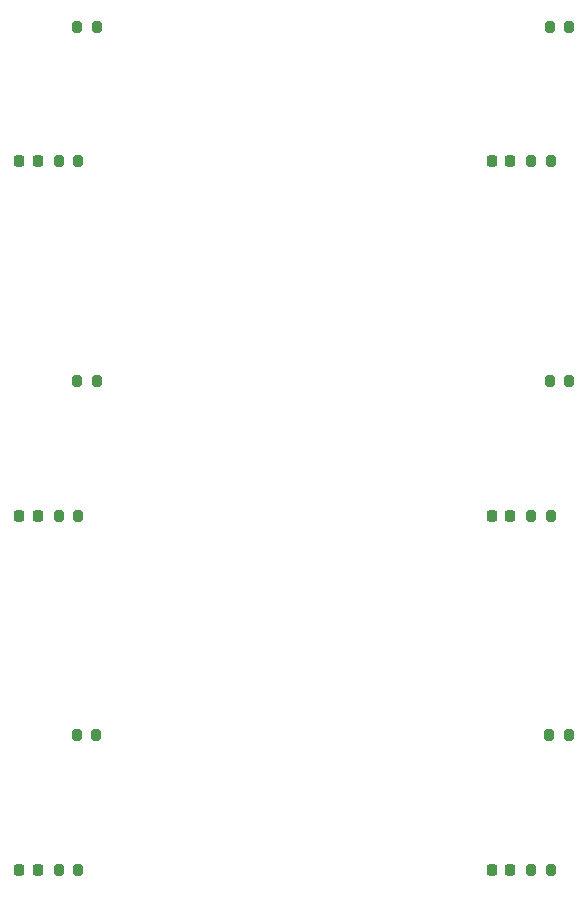
<source format=gtp>
%TF.GenerationSoftware,KiCad,Pcbnew,8.0.6*%
%TF.CreationDate,2024-10-21T19:05:51+09:00*%
%TF.ProjectId,pcb_dcdc,7063625f-6463-4646-932e-6b696361645f,rev?*%
%TF.SameCoordinates,Original*%
%TF.FileFunction,Paste,Top*%
%TF.FilePolarity,Positive*%
%FSLAX46Y46*%
G04 Gerber Fmt 4.6, Leading zero omitted, Abs format (unit mm)*
G04 Created by KiCad (PCBNEW 8.0.6) date 2024-10-21 19:05:51*
%MOMM*%
%LPD*%
G01*
G04 APERTURE LIST*
G04 Aperture macros list*
%AMRoundRect*
0 Rectangle with rounded corners*
0 $1 Rounding radius*
0 $2 $3 $4 $5 $6 $7 $8 $9 X,Y pos of 4 corners*
0 Add a 4 corners polygon primitive as box body*
4,1,4,$2,$3,$4,$5,$6,$7,$8,$9,$2,$3,0*
0 Add four circle primitives for the rounded corners*
1,1,$1+$1,$2,$3*
1,1,$1+$1,$4,$5*
1,1,$1+$1,$6,$7*
1,1,$1+$1,$8,$9*
0 Add four rect primitives between the rounded corners*
20,1,$1+$1,$2,$3,$4,$5,0*
20,1,$1+$1,$4,$5,$6,$7,0*
20,1,$1+$1,$6,$7,$8,$9,0*
20,1,$1+$1,$8,$9,$2,$3,0*%
G04 Aperture macros list end*
%ADD10RoundRect,0.200000X-0.200000X-0.275000X0.200000X-0.275000X0.200000X0.275000X-0.200000X0.275000X0*%
%ADD11RoundRect,0.218750X0.218750X0.256250X-0.218750X0.256250X-0.218750X-0.256250X0.218750X-0.256250X0*%
G04 APERTURE END LIST*
D10*
%TO.C,R2*%
X125095000Y-46670000D03*
X126745000Y-46670000D03*
%TD*%
%TO.C,R1*%
X123555000Y-58080000D03*
X125205000Y-58080000D03*
%TD*%
%TO.C,R2*%
X125075000Y-106670000D03*
X126725000Y-106670000D03*
%TD*%
D11*
%TO.C,D1*%
X121780000Y-58080000D03*
X120205000Y-58080000D03*
%TD*%
%TO.C,D1*%
X121760000Y-118080000D03*
X120185000Y-118080000D03*
%TD*%
%TO.C,D1*%
X121780000Y-88080000D03*
X120205000Y-88080000D03*
%TD*%
D10*
%TO.C,R1*%
X123535000Y-118080000D03*
X125185000Y-118080000D03*
%TD*%
%TO.C,R2*%
X125095000Y-76670000D03*
X126745000Y-76670000D03*
%TD*%
%TO.C,R1*%
X123555000Y-88080000D03*
X125205000Y-88080000D03*
%TD*%
D11*
%TO.C,D1*%
X161780000Y-58080000D03*
X160205000Y-58080000D03*
%TD*%
D10*
%TO.C,R2*%
X165095000Y-46670000D03*
X166745000Y-46670000D03*
%TD*%
%TO.C,R1*%
X163555000Y-58080000D03*
X165205000Y-58080000D03*
%TD*%
D11*
%TO.C,D1*%
X161760000Y-118080000D03*
X160185000Y-118080000D03*
%TD*%
D10*
%TO.C,R2*%
X165075000Y-106670000D03*
X166725000Y-106670000D03*
%TD*%
%TO.C,R1*%
X163535000Y-118080000D03*
X165185000Y-118080000D03*
%TD*%
%TO.C,R2*%
X165095000Y-76670000D03*
X166745000Y-76670000D03*
%TD*%
%TO.C,R1*%
X163555000Y-88080000D03*
X165205000Y-88080000D03*
%TD*%
D11*
%TO.C,D1*%
X161780000Y-88080000D03*
X160205000Y-88080000D03*
%TD*%
M02*

</source>
